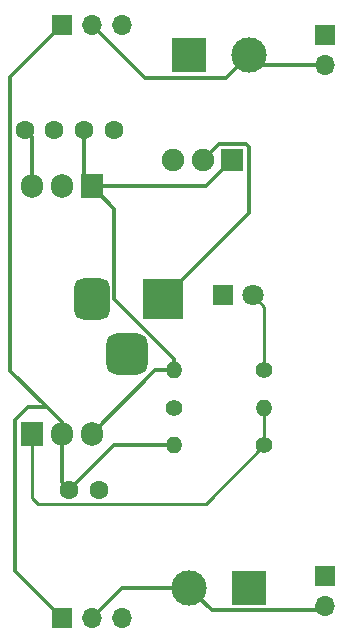
<source format=gtl>
%TF.GenerationSoftware,KiCad,Pcbnew,7.0.8-7.0.8~ubuntu22.04.1*%
%TF.CreationDate,2023-11-02T18:58:55-04:00*%
%TF.ProjectId,kicad_psu,6b696361-645f-4707-9375-2e6b69636164,rev?*%
%TF.SameCoordinates,Original*%
%TF.FileFunction,Copper,L1,Top*%
%TF.FilePolarity,Positive*%
%FSLAX46Y46*%
G04 Gerber Fmt 4.6, Leading zero omitted, Abs format (unit mm)*
G04 Created by KiCad (PCBNEW 7.0.8-7.0.8~ubuntu22.04.1) date 2023-11-02 18:58:55*
%MOMM*%
%LPD*%
G01*
G04 APERTURE LIST*
G04 Aperture macros list*
%AMRoundRect*
0 Rectangle with rounded corners*
0 $1 Rounding radius*
0 $2 $3 $4 $5 $6 $7 $8 $9 X,Y pos of 4 corners*
0 Add a 4 corners polygon primitive as box body*
4,1,4,$2,$3,$4,$5,$6,$7,$8,$9,$2,$3,0*
0 Add four circle primitives for the rounded corners*
1,1,$1+$1,$2,$3*
1,1,$1+$1,$4,$5*
1,1,$1+$1,$6,$7*
1,1,$1+$1,$8,$9*
0 Add four rect primitives between the rounded corners*
20,1,$1+$1,$2,$3,$4,$5,0*
20,1,$1+$1,$4,$5,$6,$7,0*
20,1,$1+$1,$6,$7,$8,$9,0*
20,1,$1+$1,$8,$9,$2,$3,0*%
G04 Aperture macros list end*
%TA.AperFunction,ComponentPad*%
%ADD10C,1.600000*%
%TD*%
%TA.AperFunction,ComponentPad*%
%ADD11C,1.400000*%
%TD*%
%TA.AperFunction,ComponentPad*%
%ADD12O,1.400000X1.400000*%
%TD*%
%TA.AperFunction,ComponentPad*%
%ADD13R,1.700000X1.700000*%
%TD*%
%TA.AperFunction,ComponentPad*%
%ADD14O,1.700000X1.700000*%
%TD*%
%TA.AperFunction,ComponentPad*%
%ADD15R,3.000000X3.000000*%
%TD*%
%TA.AperFunction,ComponentPad*%
%ADD16C,3.000000*%
%TD*%
%TA.AperFunction,ComponentPad*%
%ADD17R,1.900000X1.900000*%
%TD*%
%TA.AperFunction,ComponentPad*%
%ADD18C,1.900000*%
%TD*%
%TA.AperFunction,ComponentPad*%
%ADD19R,1.905000X2.000000*%
%TD*%
%TA.AperFunction,ComponentPad*%
%ADD20O,1.905000X2.000000*%
%TD*%
%TA.AperFunction,ComponentPad*%
%ADD21R,3.500000X3.500000*%
%TD*%
%TA.AperFunction,ComponentPad*%
%ADD22RoundRect,0.750000X-0.750000X-1.000000X0.750000X-1.000000X0.750000X1.000000X-0.750000X1.000000X0*%
%TD*%
%TA.AperFunction,ComponentPad*%
%ADD23RoundRect,0.875000X-0.875000X-0.875000X0.875000X-0.875000X0.875000X0.875000X-0.875000X0.875000X0*%
%TD*%
%TA.AperFunction,ComponentPad*%
%ADD24R,1.800000X1.800000*%
%TD*%
%TA.AperFunction,ComponentPad*%
%ADD25C,1.800000*%
%TD*%
%TA.AperFunction,Conductor*%
%ADD26C,0.350000*%
%TD*%
%TA.AperFunction,Conductor*%
%ADD27C,0.250000*%
%TD*%
G04 APERTURE END LIST*
D10*
%TO.P,C3,1*%
%TO.N,/3V3*%
X81300000Y-103505000D03*
%TO.P,C3,2*%
%TO.N,GND*%
X83800000Y-103505000D03*
%TD*%
%TO.P,C2,1*%
%TO.N,/5V*%
X77510000Y-73025000D03*
%TO.P,C2,2*%
%TO.N,GND*%
X80010000Y-73025000D03*
%TD*%
D11*
%TO.P,R1,1*%
%TO.N,Net-(D1-A)*%
X97810000Y-93345000D03*
D12*
%TO.P,R1,2*%
%TO.N,/12V*%
X90190000Y-93345000D03*
%TD*%
D10*
%TO.P,C1,1*%
%TO.N,/12V*%
X82570000Y-73025000D03*
%TO.P,C1,2*%
%TO.N,GND*%
X85070000Y-73025000D03*
%TD*%
D13*
%TO.P,J6,1,Pin_1*%
%TO.N,GND*%
X102900000Y-110750000D03*
D14*
%TO.P,J6,2,Pin_2*%
%TO.N,/PWR_out2*%
X102900000Y-113290000D03*
%TD*%
D13*
%TO.P,J2,1,Pin_1*%
%TO.N,/3V3*%
X80660000Y-64135000D03*
D14*
%TO.P,J2,2,Pin_2*%
%TO.N,/PWR_out1*%
X83200000Y-64135000D03*
%TO.P,J2,3,Pin_3*%
%TO.N,/5V*%
X85740000Y-64135000D03*
%TD*%
D15*
%TO.P,J5,1,Pin_1*%
%TO.N,GND*%
X91440000Y-66675000D03*
D16*
%TO.P,J5,2,Pin_2*%
%TO.N,/PWR_out1*%
X96520000Y-66675000D03*
%TD*%
D15*
%TO.P,J7,1,Pin_1*%
%TO.N,GND*%
X96520000Y-111760000D03*
D16*
%TO.P,J7,2,Pin_2*%
%TO.N,/PWR_out2*%
X91440000Y-111760000D03*
%TD*%
D17*
%TO.P,S1,1*%
%TO.N,/12V*%
X95090000Y-75565000D03*
D18*
%TO.P,S1,2*%
%TO.N,/PWR_input*%
X92590000Y-75565000D03*
%TO.P,S1,3*%
%TO.N,unconnected-(S1-Pad3)*%
X90090000Y-75565000D03*
%TD*%
D19*
%TO.P,U1,1,VI*%
%TO.N,/12V*%
X83185000Y-77795000D03*
D20*
%TO.P,U1,2,GND*%
%TO.N,GND*%
X80645000Y-77795000D03*
%TO.P,U1,3,VO*%
%TO.N,/5V*%
X78105000Y-77795000D03*
%TD*%
D13*
%TO.P,J4,1,Pin_1*%
%TO.N,GND*%
X102900000Y-65000000D03*
D14*
%TO.P,J4,2,Pin_2*%
%TO.N,/PWR_out1*%
X102900000Y-67540000D03*
%TD*%
D12*
%TO.P,R2,2*%
%TO.N,/3V3*%
X90190000Y-99695000D03*
D11*
%TO.P,R2,1*%
%TO.N,Net-(U2-ADJ)*%
X97810000Y-99695000D03*
%TD*%
D21*
%TO.P,J1,1*%
%TO.N,/PWR_input*%
X89185000Y-87307500D03*
D22*
%TO.P,J1,2*%
%TO.N,GND*%
X83185000Y-87307500D03*
D23*
%TO.P,J1,3*%
X86185000Y-92007500D03*
%TD*%
D20*
%TO.P,U2,3,VI*%
%TO.N,/12V*%
X83185000Y-98735000D03*
%TO.P,U2,2,VO*%
%TO.N,/3V3*%
X80645000Y-98735000D03*
D19*
%TO.P,U2,1,ADJ*%
%TO.N,Net-(U2-ADJ)*%
X78105000Y-98735000D03*
%TD*%
D24*
%TO.P,D1,1,K*%
%TO.N,GND*%
X94260000Y-86995000D03*
D25*
%TO.P,D1,2,A*%
%TO.N,Net-(D1-A)*%
X96800000Y-86995000D03*
%TD*%
D13*
%TO.P,J3,1,Pin_1*%
%TO.N,/3V3*%
X80660000Y-114300000D03*
D14*
%TO.P,J3,2,Pin_2*%
%TO.N,/PWR_out2*%
X83200000Y-114300000D03*
%TO.P,J3,3,Pin_3*%
%TO.N,/5V*%
X85740000Y-114300000D03*
%TD*%
D12*
%TO.P,R3,2*%
%TO.N,Net-(U2-ADJ)*%
X97810000Y-96520000D03*
D11*
%TO.P,R3,1*%
%TO.N,GND*%
X90190000Y-96520000D03*
%TD*%
D26*
%TO.N,/PWR_out1*%
X83200000Y-64135000D02*
X87665000Y-68600000D01*
X87665000Y-68600000D02*
X94595000Y-68600000D01*
X94595000Y-68600000D02*
X96520000Y-66675000D01*
%TO.N,/PWR_out2*%
X83200000Y-114300000D02*
X85740000Y-111760000D01*
X85740000Y-111760000D02*
X91440000Y-111760000D01*
%TO.N,/3V3*%
X76285000Y-93378670D02*
X79400665Y-96494335D01*
X76727500Y-97558958D02*
X77792123Y-96494335D01*
X79400665Y-96494335D02*
X80645000Y-97738670D01*
X80660000Y-114300000D02*
X76727500Y-110367500D01*
X76727500Y-110367500D02*
X76727500Y-97558958D01*
X77792123Y-96494335D02*
X79400665Y-96494335D01*
%TO.N,/PWR_out2*%
X91440000Y-111760000D02*
X93365000Y-113685000D01*
X93365000Y-113685000D02*
X102505000Y-113685000D01*
X102505000Y-113685000D02*
X102900000Y-113290000D01*
D27*
%TO.N,Net-(U2-ADJ)*%
X97810000Y-99695000D02*
X92825000Y-104680000D01*
X92825000Y-104680000D02*
X78645000Y-104680000D01*
X78645000Y-104680000D02*
X78105000Y-104140000D01*
X78105000Y-104140000D02*
X78105000Y-98735000D01*
X97810000Y-96520000D02*
X97810000Y-99695000D01*
D26*
%TO.N,/3V3*%
X81300000Y-103505000D02*
X85110000Y-99695000D01*
X85110000Y-99695000D02*
X90190000Y-99695000D01*
X80645000Y-98735000D02*
X80645000Y-102850000D01*
X80645000Y-102850000D02*
X81300000Y-103505000D01*
%TO.N,/12V*%
X90190000Y-93345000D02*
X88575000Y-93345000D01*
X88575000Y-93345000D02*
X83185000Y-98735000D01*
X90190000Y-93345000D02*
X90190000Y-92424022D01*
X90190000Y-92424022D02*
X85110000Y-87344022D01*
X85110000Y-87344022D02*
X85110000Y-79720000D01*
X85110000Y-79720000D02*
X83185000Y-77795000D01*
D27*
%TO.N,Net-(D1-A)*%
X96800000Y-86995000D02*
X97810000Y-88005000D01*
X97810000Y-88005000D02*
X97810000Y-93345000D01*
D26*
%TO.N,/5V*%
X78105000Y-77795000D02*
X78105000Y-73620000D01*
X78105000Y-73620000D02*
X77510000Y-73025000D01*
%TO.N,/PWR_input*%
X92590000Y-75565000D02*
X93715000Y-74440000D01*
X93715000Y-74440000D02*
X93715000Y-74438958D01*
X96465000Y-74438958D02*
X96465000Y-80027500D01*
X93715000Y-74438958D02*
X93963958Y-74190000D01*
X93963958Y-74190000D02*
X96216042Y-74190000D01*
X96216042Y-74190000D02*
X96465000Y-74438958D01*
X96465000Y-80027500D02*
X89185000Y-87307500D01*
%TO.N,/12V*%
X95090000Y-75565000D02*
X92860000Y-77795000D01*
X92860000Y-77795000D02*
X83185000Y-77795000D01*
%TO.N,/3V3*%
X80660000Y-64135000D02*
X76285000Y-68510000D01*
X76285000Y-68510000D02*
X76285000Y-93378670D01*
X80645000Y-97738670D02*
X80645000Y-98735000D01*
%TO.N,/12V*%
X82570000Y-73025000D02*
X82570000Y-77180000D01*
X82570000Y-77180000D02*
X83185000Y-77795000D01*
%TO.N,/PWR_out1*%
X102900000Y-67540000D02*
X97385000Y-67540000D01*
X97385000Y-67540000D02*
X96520000Y-66675000D01*
%TD*%
M02*

</source>
